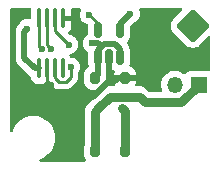
<source format=gbr>
%TF.GenerationSoftware,KiCad,Pcbnew,8.0.1-rc1*%
%TF.CreationDate,2024-05-21T21:17:26-06:00*%
%TF.ProjectId,screamer,73637265-616d-4657-922e-6b696361645f,V0.1.1*%
%TF.SameCoordinates,Original*%
%TF.FileFunction,Copper,L4,Bot*%
%TF.FilePolarity,Positive*%
%FSLAX46Y46*%
G04 Gerber Fmt 4.6, Leading zero omitted, Abs format (unit mm)*
G04 Created by KiCad (PCBNEW 8.0.1-rc1) date 2024-05-21 21:17:26*
%MOMM*%
%LPD*%
G01*
G04 APERTURE LIST*
G04 Aperture macros list*
%AMRoundRect*
0 Rectangle with rounded corners*
0 $1 Rounding radius*
0 $2 $3 $4 $5 $6 $7 $8 $9 X,Y pos of 4 corners*
0 Add a 4 corners polygon primitive as box body*
4,1,4,$2,$3,$4,$5,$6,$7,$8,$9,$2,$3,0*
0 Add four circle primitives for the rounded corners*
1,1,$1+$1,$2,$3*
1,1,$1+$1,$4,$5*
1,1,$1+$1,$6,$7*
1,1,$1+$1,$8,$9*
0 Add four rect primitives between the rounded corners*
20,1,$1+$1,$2,$3,$4,$5,0*
20,1,$1+$1,$4,$5,$6,$7,0*
20,1,$1+$1,$6,$7,$8,$9,0*
20,1,$1+$1,$8,$9,$2,$3,0*%
G04 Aperture macros list end*
%TA.AperFunction,ComponentPad*%
%ADD10RoundRect,0.250001X-1.131369X0.000000X0.000000X-1.131369X1.131369X0.000000X0.000000X1.131369X0*%
%TD*%
%TA.AperFunction,SMDPad,CuDef*%
%ADD11RoundRect,0.100000X0.100000X-0.712500X0.100000X0.712500X-0.100000X0.712500X-0.100000X-0.712500X0*%
%TD*%
%TA.AperFunction,SMDPad,CuDef*%
%ADD12RoundRect,0.150000X0.150000X-0.512500X0.150000X0.512500X-0.150000X0.512500X-0.150000X-0.512500X0*%
%TD*%
%TA.AperFunction,ComponentPad*%
%ADD13R,1.350000X1.350000*%
%TD*%
%TA.AperFunction,ComponentPad*%
%ADD14O,1.350000X1.350000*%
%TD*%
%TA.AperFunction,SMDPad,CuDef*%
%ADD15RoundRect,0.200000X0.200000X-0.300000X0.200000X0.300000X-0.200000X0.300000X-0.200000X-0.300000X0*%
%TD*%
%TA.AperFunction,ViaPad*%
%ADD16C,0.600000*%
%TD*%
%TA.AperFunction,Conductor*%
%ADD17C,0.500000*%
%TD*%
%TA.AperFunction,Conductor*%
%ADD18C,0.250000*%
%TD*%
%TA.AperFunction,Conductor*%
%ADD19C,0.280000*%
%TD*%
%TA.AperFunction,Conductor*%
%ADD20C,0.750000*%
%TD*%
G04 APERTURE END LIST*
D10*
%TO.P,AE1,1,A*%
%TO.N,RF_OUT*%
X166000000Y-88000000D03*
%TD*%
D11*
%TO.P,U2,1,NC*%
%TO.N,unconnected-(U2-NC-Pad1)*%
X154975000Y-91612500D03*
%TO.P,U2,2,TUNE*%
%TO.N,V_{TUNE}*%
X154325000Y-91612500D03*
%TO.P,U2,3,GND*%
%TO.N,GND*%
X153675000Y-91612500D03*
%TO.P,U2,4,\u002ASHDN*%
%TO.N,VCC*%
X153025000Y-91612500D03*
%TO.P,U2,5,VCC*%
X153025000Y-87387500D03*
%TO.P,U2,6,VCC*%
X153675000Y-87387500D03*
%TO.P,U2,7,OUT*%
%TO.N,RF_OUT*%
X154325000Y-87387500D03*
%TO.P,U2,8,GND*%
%TO.N,GND*%
X154975000Y-87387500D03*
%TD*%
D12*
%TO.P,U1,1,VIN*%
%TO.N,V_{B}*%
X159862500Y-90637500D03*
%TO.P,U1,2,GND*%
%TO.N,GND*%
X158912500Y-90637500D03*
%TO.P,U1,3,ON/~{OFF}*%
%TO.N,V_{B}*%
X157962500Y-90637500D03*
%TO.P,U1,4,BP*%
%TO.N,Net-(U1-BP)*%
X157962500Y-88362500D03*
%TO.P,U1,5,VOUT*%
%TO.N,VCC*%
X159862500Y-88362500D03*
%TD*%
D13*
%TO.P,J1,1,Pin_1*%
%TO.N,/BT+*%
X166500000Y-93000000D03*
D14*
%TO.P,J1,2,Pin_2*%
%TO.N,/BT-*%
X164500000Y-93000000D03*
%TD*%
D15*
%TO.P,D1,1*%
%TO.N,/BT-*%
X160265000Y-98580000D03*
%TO.P,D1,2*%
%TO.N,/BT+*%
X157725000Y-98580000D03*
%TO.P,D1,3,+*%
%TO.N,V_{B}*%
X157725000Y-92430000D03*
%TO.P,D1,4,-*%
%TO.N,GND*%
X160265000Y-92430000D03*
%TD*%
D16*
%TO.N,V_{B}*%
X157500000Y-89500000D03*
%TO.N,GND*%
X152000000Y-93000000D03*
X154000000Y-93000000D03*
X161000000Y-89000000D03*
%TO.N,Net-(U1-BP)*%
X157225000Y-87073226D03*
%TO.N,V_{TUNE}*%
X155674999Y-91500000D03*
%TO.N,RF_OUT*%
X155500457Y-89595891D03*
%TO.N,VCC*%
X160725000Y-86971612D03*
X153250000Y-90000000D03*
X152000000Y-88250000D03*
X154000000Y-90000000D03*
%TO.N,/BT+*%
X158000000Y-95000000D03*
%TO.N,/BT-*%
X160000000Y-95000000D03*
%TD*%
D17*
%TO.N,V_{B}*%
X157500000Y-89500000D02*
X158000000Y-89500000D01*
X157962500Y-90637500D02*
X157962500Y-90072316D01*
X157962500Y-92192500D02*
X157725000Y-92430000D01*
X159862500Y-89975001D02*
X159862500Y-90637500D01*
X157962500Y-90072316D02*
X158267408Y-89767408D01*
X159412499Y-89525000D02*
X159862500Y-89975001D01*
X158000000Y-89500000D02*
X158267408Y-89767408D01*
X158267408Y-89767408D02*
X158509816Y-89525000D01*
X157962500Y-90637500D02*
X157962500Y-92192500D01*
X158509816Y-89525000D02*
X159412499Y-89525000D01*
D18*
%TO.N,GND*%
X154975000Y-87387500D02*
X155887500Y-87387500D01*
D17*
X157579780Y-94000000D02*
X156500000Y-94000000D01*
X160265000Y-92430000D02*
X161320000Y-92430000D01*
X161750000Y-89750000D02*
X161000000Y-89000000D01*
X158912500Y-92667280D02*
X159417280Y-92667280D01*
X158912500Y-92667280D02*
X157579780Y-94000000D01*
D18*
X153675000Y-92675000D02*
X154000000Y-93000000D01*
D17*
X161750000Y-92000000D02*
X161750000Y-89750000D01*
X158912500Y-91912500D02*
X158912500Y-92667280D01*
X159417280Y-92667280D02*
X159654560Y-92430000D01*
D18*
X155887500Y-87387500D02*
X156000000Y-87500000D01*
X153675000Y-91612500D02*
X153675000Y-92675000D01*
D17*
X158912500Y-90637500D02*
X158912500Y-91912500D01*
X161320000Y-92430000D02*
X161750000Y-92000000D01*
X159654560Y-92430000D02*
X160265000Y-92430000D01*
D18*
%TO.N,Net-(U1-BP)*%
X157962500Y-87810726D02*
X157225000Y-87073226D01*
X157962500Y-88362500D02*
X157962500Y-87810726D01*
%TO.N,V_{TUNE}*%
X154325000Y-91612500D02*
X154325000Y-92424999D01*
X155253812Y-92750000D02*
X155674999Y-92328813D01*
X155674999Y-92328813D02*
X155674999Y-91500000D01*
X154650001Y-92750000D02*
X155253812Y-92750000D01*
X154325000Y-92424999D02*
X154650001Y-92750000D01*
D19*
%TO.N,RF_OUT*%
X154325000Y-87387500D02*
X154325000Y-88420434D01*
X154325000Y-88420434D02*
X155500457Y-89595891D01*
D17*
%TO.N,VCC*%
X152612500Y-91612500D02*
X151750000Y-90750000D01*
X153025000Y-91612500D02*
X152612500Y-91612500D01*
X151750000Y-88500000D02*
X152000000Y-88250000D01*
D18*
X153025000Y-89775000D02*
X153250000Y-90000000D01*
D17*
X159862500Y-87834112D02*
X160725000Y-86971612D01*
D18*
X153025000Y-87387500D02*
X153025000Y-89775000D01*
D17*
X159862500Y-88362500D02*
X159862500Y-87834112D01*
D18*
X153675000Y-87387500D02*
X153675000Y-89675000D01*
D17*
X151750000Y-90750000D02*
X151750000Y-88500000D01*
D18*
X153675000Y-89675000D02*
X154000000Y-90000000D01*
D20*
%TO.N,/BT+*%
X166500000Y-93000000D02*
X165000000Y-94500000D01*
X161500000Y-94000000D02*
X159000000Y-94000000D01*
X159000000Y-94000000D02*
X158000000Y-95000000D01*
X157725000Y-95275000D02*
X158000000Y-95000000D01*
X165000000Y-94500000D02*
X162000000Y-94500000D01*
X162000000Y-94500000D02*
X161500000Y-94000000D01*
X157725000Y-98580000D02*
X157725000Y-95275000D01*
%TO.N,/BT-*%
X160265000Y-98580000D02*
X160265000Y-95265000D01*
X160265000Y-95265000D02*
X160000000Y-95000000D01*
%TD*%
%TA.AperFunction,Conductor*%
%TO.N,GND*%
G36*
X152268003Y-86520185D02*
G01*
X152313758Y-86572989D01*
X152324699Y-86632609D01*
X152324500Y-86635645D01*
X152324500Y-87342291D01*
X152304815Y-87409330D01*
X152252011Y-87455085D01*
X152186273Y-87464537D01*
X152186175Y-87465411D01*
X152000004Y-87444435D01*
X151999996Y-87444435D01*
X151820750Y-87464630D01*
X151820745Y-87464631D01*
X151650476Y-87524211D01*
X151497737Y-87620184D01*
X151370184Y-87747737D01*
X151274212Y-87900475D01*
X151271191Y-87906750D01*
X151269361Y-87905869D01*
X151246695Y-87941935D01*
X151167048Y-88021583D01*
X151144879Y-88054762D01*
X151122858Y-88087721D01*
X151103887Y-88116113D01*
X151084916Y-88144504D01*
X151084912Y-88144511D01*
X151028343Y-88281082D01*
X151028340Y-88281092D01*
X150999500Y-88426079D01*
X150999500Y-88426082D01*
X150999500Y-90823918D01*
X150999500Y-90823920D01*
X150999499Y-90823920D01*
X151028340Y-90968907D01*
X151028343Y-90968917D01*
X151084912Y-91105488D01*
X151084918Y-91105499D01*
X151099043Y-91126637D01*
X151099045Y-91126642D01*
X151167046Y-91228414D01*
X151167052Y-91228421D01*
X152029549Y-92090916D01*
X152134084Y-92195451D01*
X152134087Y-92195453D01*
X152134088Y-92195454D01*
X152257001Y-92277582D01*
X152261140Y-92279794D01*
X152310988Y-92328752D01*
X152325634Y-92372972D01*
X152339954Y-92481753D01*
X152339956Y-92481762D01*
X152399328Y-92625100D01*
X152400464Y-92627841D01*
X152496718Y-92753282D01*
X152622159Y-92849536D01*
X152768238Y-92910044D01*
X152885639Y-92925500D01*
X153164360Y-92925499D01*
X153164361Y-92925499D01*
X153178018Y-92923701D01*
X153281762Y-92910044D01*
X153303200Y-92901163D01*
X153372668Y-92893694D01*
X153398106Y-92901163D01*
X153418365Y-92909554D01*
X153418377Y-92909558D01*
X153474998Y-92917011D01*
X153475000Y-92917010D01*
X153475000Y-92874499D01*
X153494685Y-92807460D01*
X153523512Y-92776125D01*
X153553282Y-92753282D01*
X153575580Y-92724222D01*
X153632004Y-92683020D01*
X153701750Y-92678863D01*
X153762671Y-92713074D01*
X153777055Y-92730814D01*
X153804913Y-92772505D01*
X153804914Y-92772508D01*
X153804915Y-92772508D01*
X153839141Y-92823732D01*
X153843007Y-92828442D01*
X153841967Y-92829295D01*
X153872163Y-92884578D01*
X153875000Y-92910952D01*
X153875000Y-92917010D01*
X153878942Y-92920468D01*
X153934150Y-92929078D01*
X153968981Y-92953570D01*
X154161017Y-93145606D01*
X154161046Y-93145637D01*
X154251265Y-93235856D01*
X154251268Y-93235858D01*
X154328191Y-93287256D01*
X154353711Y-93304309D01*
X154353713Y-93304310D01*
X154353716Y-93304312D01*
X154420397Y-93331931D01*
X154420399Y-93331933D01*
X154460641Y-93348601D01*
X154467549Y-93351463D01*
X154527972Y-93363481D01*
X154588394Y-93375500D01*
X155315419Y-93375500D01*
X155375841Y-93363481D01*
X155436264Y-93351463D01*
X155436267Y-93351461D01*
X155436270Y-93351461D01*
X155469599Y-93337654D01*
X155469598Y-93337654D01*
X155469604Y-93337652D01*
X155550098Y-93304312D01*
X155623337Y-93255374D01*
X155652545Y-93235858D01*
X155739670Y-93148733D01*
X155739671Y-93148730D01*
X156160856Y-92727547D01*
X156187018Y-92688394D01*
X156192627Y-92680000D01*
X156229309Y-92625101D01*
X156229309Y-92625100D01*
X156229310Y-92625099D01*
X156276462Y-92511265D01*
X156300499Y-92390419D01*
X156300499Y-92044854D01*
X156319506Y-91978881D01*
X156326688Y-91967452D01*
X156400788Y-91849522D01*
X156460367Y-91679255D01*
X156472122Y-91574927D01*
X156480564Y-91500003D01*
X156480564Y-91499996D01*
X156460368Y-91320750D01*
X156460367Y-91320745D01*
X156400788Y-91150478D01*
X156304815Y-90997738D01*
X156177261Y-90870184D01*
X156024522Y-90774211D01*
X155854253Y-90714631D01*
X155854249Y-90714630D01*
X155710792Y-90698467D01*
X155646378Y-90671400D01*
X155610115Y-90622699D01*
X155599536Y-90597159D01*
X155587047Y-90580883D01*
X155561854Y-90515719D01*
X155575891Y-90447274D01*
X155624705Y-90397284D01*
X155671541Y-90382179D01*
X155679712Y-90381259D01*
X155849979Y-90321680D01*
X156002719Y-90225707D01*
X156130273Y-90098153D01*
X156226246Y-89945413D01*
X156285825Y-89775146D01*
X156285826Y-89775140D01*
X156306022Y-89595894D01*
X156306022Y-89595887D01*
X156285826Y-89416641D01*
X156285825Y-89416636D01*
X156226245Y-89246367D01*
X156187039Y-89183971D01*
X156130273Y-89093629D01*
X156002719Y-88966075D01*
X155962337Y-88940701D01*
X155849978Y-88870101D01*
X155679706Y-88810521D01*
X155656538Y-88807911D01*
X155592124Y-88780844D01*
X155582742Y-88772372D01*
X155508291Y-88697921D01*
X155474806Y-88636598D01*
X155479790Y-88566906D01*
X155499799Y-88535770D01*
X155497977Y-88534372D01*
X155599100Y-88402586D01*
X155659554Y-88256634D01*
X155659555Y-88256630D01*
X155674999Y-88139330D01*
X155675000Y-88139316D01*
X155675000Y-87587500D01*
X155149500Y-87587500D01*
X155082461Y-87567815D01*
X155036706Y-87515011D01*
X155025500Y-87463501D01*
X155025499Y-87311501D01*
X155045183Y-87244461D01*
X155097987Y-87198706D01*
X155149499Y-87187500D01*
X155674999Y-87187500D01*
X155674999Y-86635681D01*
X155674798Y-86632617D01*
X155674999Y-86631718D01*
X155674999Y-86631619D01*
X155675021Y-86631619D01*
X155690052Y-86564433D01*
X155739748Y-86515319D01*
X155798532Y-86500500D01*
X156415098Y-86500500D01*
X156482137Y-86520185D01*
X156527892Y-86572989D01*
X156537836Y-86642147D01*
X156520092Y-86690472D01*
X156499211Y-86723703D01*
X156439631Y-86893971D01*
X156439630Y-86893976D01*
X156419435Y-87073222D01*
X156419435Y-87073229D01*
X156439630Y-87252475D01*
X156439631Y-87252480D01*
X156499211Y-87422749D01*
X156562964Y-87524211D01*
X156595184Y-87575488D01*
X156722738Y-87703042D01*
X156875478Y-87799015D01*
X157045745Y-87858594D01*
X157051882Y-87859285D01*
X157116295Y-87886351D01*
X157155852Y-87943945D01*
X157162000Y-87982506D01*
X157162000Y-88698439D01*
X157142315Y-88765478D01*
X157103972Y-88803433D01*
X156997737Y-88870184D01*
X156870184Y-88997737D01*
X156774211Y-89150476D01*
X156714631Y-89320745D01*
X156714630Y-89320750D01*
X156694435Y-89499996D01*
X156694435Y-89500003D01*
X156714630Y-89679249D01*
X156714631Y-89679254D01*
X156774211Y-89849523D01*
X156834463Y-89945413D01*
X156870184Y-90002262D01*
X156997738Y-90129816D01*
X157076420Y-90179255D01*
X157103972Y-90196567D01*
X157150263Y-90248902D01*
X157162000Y-90301561D01*
X157162000Y-91215701D01*
X157164901Y-91252567D01*
X157164902Y-91252573D01*
X157206680Y-91396372D01*
X157206481Y-91466242D01*
X157168539Y-91524912D01*
X157151755Y-91537083D01*
X157089814Y-91574528D01*
X157089810Y-91574531D01*
X156969530Y-91694811D01*
X156881522Y-91840393D01*
X156830913Y-92002807D01*
X156824500Y-92073386D01*
X156824500Y-92786613D01*
X156830913Y-92857192D01*
X156830913Y-92857194D01*
X156830914Y-92857196D01*
X156881522Y-93019606D01*
X156965273Y-93158147D01*
X156969530Y-93165188D01*
X157089811Y-93285469D01*
X157089813Y-93285470D01*
X157089815Y-93285472D01*
X157235394Y-93373478D01*
X157397804Y-93424086D01*
X157468384Y-93430500D01*
X157468387Y-93430500D01*
X157981609Y-93430500D01*
X157981616Y-93430500D01*
X158025247Y-93426535D01*
X158093788Y-93440069D01*
X158144135Y-93488515D01*
X158160298Y-93556489D01*
X158137146Y-93622411D01*
X158124148Y-93637706D01*
X157611296Y-94150560D01*
X157441901Y-94319955D01*
X157166901Y-94594955D01*
X157105927Y-94655929D01*
X157044953Y-94716902D01*
X156949145Y-94860288D01*
X156949138Y-94860301D01*
X156883146Y-95019621D01*
X156883143Y-95019633D01*
X156849500Y-95188766D01*
X156849500Y-98074285D01*
X156843886Y-98111173D01*
X156830914Y-98152803D01*
X156824500Y-98223386D01*
X156824500Y-98936613D01*
X156830913Y-99007192D01*
X156830913Y-99007194D01*
X156830914Y-99007196D01*
X156881522Y-99169606D01*
X156934065Y-99256523D01*
X156967210Y-99311350D01*
X156985046Y-99378905D01*
X156963528Y-99445378D01*
X156909488Y-99489666D01*
X156861093Y-99499500D01*
X153129420Y-99499500D01*
X153062381Y-99479815D01*
X153016626Y-99427011D01*
X153006682Y-99357853D01*
X153035707Y-99294297D01*
X153092427Y-99257845D01*
X153092262Y-99257357D01*
X153094222Y-99256691D01*
X153094485Y-99256523D01*
X153095838Y-99256143D01*
X153096090Y-99256056D01*
X153096100Y-99256054D01*
X153320212Y-99163224D01*
X153530289Y-99041936D01*
X153722738Y-98894265D01*
X153894265Y-98722738D01*
X154041936Y-98530289D01*
X154163224Y-98320212D01*
X154256054Y-98096100D01*
X154318838Y-97861789D01*
X154350500Y-97621288D01*
X154350500Y-97378712D01*
X154318838Y-97138211D01*
X154256054Y-96903900D01*
X154163224Y-96679788D01*
X154041936Y-96469711D01*
X153894265Y-96277262D01*
X153894260Y-96277256D01*
X153722743Y-96105739D01*
X153722736Y-96105733D01*
X153530293Y-95958067D01*
X153530292Y-95958066D01*
X153530289Y-95958064D01*
X153320212Y-95836776D01*
X153320205Y-95836773D01*
X153096104Y-95743947D01*
X152861785Y-95681161D01*
X152621289Y-95649500D01*
X152621288Y-95649500D01*
X152378712Y-95649500D01*
X152378711Y-95649500D01*
X152138214Y-95681161D01*
X151903895Y-95743947D01*
X151679794Y-95836773D01*
X151679785Y-95836777D01*
X151469706Y-95958067D01*
X151277263Y-96105733D01*
X151277256Y-96105739D01*
X151105739Y-96277256D01*
X151105733Y-96277263D01*
X150958067Y-96469706D01*
X150836777Y-96679785D01*
X150836773Y-96679794D01*
X150743945Y-96903901D01*
X150742643Y-96907738D01*
X150741438Y-96907329D01*
X150707905Y-96962337D01*
X150645057Y-96992863D01*
X150575682Y-96984565D01*
X150521806Y-96940077D01*
X150500535Y-96873524D01*
X150500500Y-96870579D01*
X150500500Y-86624500D01*
X150520185Y-86557461D01*
X150572989Y-86511706D01*
X150624500Y-86500500D01*
X152200964Y-86500500D01*
X152268003Y-86520185D01*
G37*
%TD.AperFunction*%
%TA.AperFunction,Conductor*%
G36*
X165074439Y-86520185D02*
G01*
X165120194Y-86572989D01*
X165130138Y-86642147D01*
X165101113Y-86705703D01*
X165095081Y-86712181D01*
X164302592Y-87504669D01*
X164302576Y-87504687D01*
X164237328Y-87584782D01*
X164158589Y-87741565D01*
X164148458Y-87784313D01*
X164118130Y-87912279D01*
X164118130Y-88087721D01*
X164132023Y-88146340D01*
X164158589Y-88258434D01*
X164237328Y-88415217D01*
X164302576Y-88495312D01*
X164302585Y-88495323D01*
X165504677Y-89697415D01*
X165504687Y-89697423D01*
X165584782Y-89762671D01*
X165584783Y-89762671D01*
X165584785Y-89762673D01*
X165741567Y-89841411D01*
X165912279Y-89881870D01*
X165912281Y-89881870D01*
X166087719Y-89881870D01*
X166087721Y-89881870D01*
X166258433Y-89841411D01*
X166415215Y-89762673D01*
X166495323Y-89697415D01*
X167287819Y-88904919D01*
X167349142Y-88871434D01*
X167418834Y-88876418D01*
X167474767Y-88918290D01*
X167499184Y-88983754D01*
X167499500Y-88992600D01*
X167499500Y-91733257D01*
X167479815Y-91800296D01*
X167427011Y-91846051D01*
X167357853Y-91855995D01*
X167332168Y-91849439D01*
X167282485Y-91830909D01*
X167282483Y-91830908D01*
X167222883Y-91824501D01*
X167222881Y-91824500D01*
X167222873Y-91824500D01*
X167222864Y-91824500D01*
X165777129Y-91824500D01*
X165777123Y-91824501D01*
X165717516Y-91830908D01*
X165582671Y-91881202D01*
X165582664Y-91881206D01*
X165467455Y-91967452D01*
X165405214Y-92050594D01*
X165349279Y-92092465D01*
X165279588Y-92097448D01*
X165222411Y-92067920D01*
X165211434Y-92057913D01*
X165211429Y-92057910D01*
X165026213Y-91943229D01*
X165026207Y-91943226D01*
X164941113Y-91910260D01*
X164823069Y-91864530D01*
X164608926Y-91824500D01*
X164391074Y-91824500D01*
X164176931Y-91864530D01*
X164145135Y-91876848D01*
X163973792Y-91943226D01*
X163973786Y-91943229D01*
X163788576Y-92057906D01*
X163788566Y-92057913D01*
X163627574Y-92204676D01*
X163496288Y-92378527D01*
X163399184Y-92573537D01*
X163339564Y-92783081D01*
X163319464Y-92999999D01*
X163319464Y-93000000D01*
X163339564Y-93216918D01*
X163339564Y-93216920D01*
X163339565Y-93216923D01*
X163384109Y-93373478D01*
X163399184Y-93426462D01*
X163408529Y-93445230D01*
X163420789Y-93514015D01*
X163393915Y-93578510D01*
X163336439Y-93618237D01*
X163297528Y-93624500D01*
X162414006Y-93624500D01*
X162346967Y-93604815D01*
X162326325Y-93588181D01*
X162058102Y-93319957D01*
X162058098Y-93319954D01*
X161914711Y-93224145D01*
X161914698Y-93224138D01*
X161755378Y-93158146D01*
X161755366Y-93158143D01*
X161586232Y-93124500D01*
X161586229Y-93124500D01*
X161243788Y-93124500D01*
X161176749Y-93104815D01*
X161130994Y-93052011D01*
X161121050Y-92982853D01*
X161125403Y-92963610D01*
X161158590Y-92857106D01*
X161165000Y-92786572D01*
X161165000Y-92680000D01*
X159365001Y-92680000D01*
X159365001Y-92786582D01*
X159371408Y-92857102D01*
X159371409Y-92857107D01*
X159404597Y-92963609D01*
X159405749Y-93033469D01*
X159368948Y-93092862D01*
X159305880Y-93122930D01*
X159286212Y-93124500D01*
X158913768Y-93124500D01*
X158744633Y-93158143D01*
X158744618Y-93158147D01*
X158737400Y-93161137D01*
X158667930Y-93168601D01*
X158605453Y-93137322D01*
X158569805Y-93077231D01*
X158571568Y-93009686D01*
X158619086Y-92857196D01*
X158625500Y-92786616D01*
X158625500Y-92577691D01*
X158634939Y-92530238D01*
X158666636Y-92453716D01*
X158672830Y-92438759D01*
X158684159Y-92411412D01*
X158707263Y-92295259D01*
X158713000Y-92266418D01*
X158713000Y-91432328D01*
X158717924Y-91397733D01*
X158760097Y-91252573D01*
X158760097Y-91252571D01*
X158760098Y-91252569D01*
X158763000Y-91215694D01*
X158763000Y-90511500D01*
X158782685Y-90444461D01*
X158835489Y-90398706D01*
X158887000Y-90387500D01*
X158938000Y-90387500D01*
X159005039Y-90407185D01*
X159050794Y-90459989D01*
X159062000Y-90511500D01*
X159062000Y-91215701D01*
X159064901Y-91252567D01*
X159064902Y-91252573D01*
X159110754Y-91410393D01*
X159110755Y-91410396D01*
X159110756Y-91410398D01*
X159145232Y-91468694D01*
X159162500Y-91531814D01*
X159162500Y-91797295D01*
X159162501Y-91797295D01*
X159164988Y-91797100D01*
X159164991Y-91797099D01*
X159240820Y-91775069D01*
X159310690Y-91775268D01*
X159369360Y-91813210D01*
X159398204Y-91876848D01*
X159393802Y-91931035D01*
X159371408Y-92002898D01*
X159365000Y-92073427D01*
X159365000Y-92180000D01*
X161164999Y-92180000D01*
X161164999Y-92073417D01*
X161158591Y-92002897D01*
X161158590Y-92002892D01*
X161108018Y-91840603D01*
X161020072Y-91695122D01*
X160899877Y-91574927D01*
X160754396Y-91486981D01*
X160754395Y-91486980D01*
X160721594Y-91476759D01*
X160663447Y-91438021D01*
X160635473Y-91373996D01*
X160639408Y-91323781D01*
X160660098Y-91252569D01*
X160663000Y-91215694D01*
X160663000Y-90059306D01*
X160660098Y-90022431D01*
X160654238Y-90002262D01*
X160614246Y-89864608D01*
X160614245Y-89864607D01*
X160614244Y-89864602D01*
X160612195Y-89861137D01*
X160597311Y-89822214D01*
X160584159Y-89756089D01*
X160551018Y-89676081D01*
X160527584Y-89619506D01*
X160448077Y-89500514D01*
X160427200Y-89433841D01*
X160445684Y-89366461D01*
X160463496Y-89343949D01*
X160530581Y-89276865D01*
X160614244Y-89135398D01*
X160660098Y-88977569D01*
X160663000Y-88940694D01*
X160663000Y-88146340D01*
X160682685Y-88079301D01*
X160699315Y-88058663D01*
X161033059Y-87724918D01*
X161069132Y-87702269D01*
X161068244Y-87700425D01*
X161074515Y-87697404D01*
X161074516Y-87697402D01*
X161074522Y-87697401D01*
X161227262Y-87601428D01*
X161354816Y-87473874D01*
X161450789Y-87321134D01*
X161510368Y-87150867D01*
X161516654Y-87095081D01*
X161530565Y-86971615D01*
X161530565Y-86971608D01*
X161510369Y-86792362D01*
X161510368Y-86792357D01*
X161465963Y-86665455D01*
X161462402Y-86595676D01*
X161497131Y-86535048D01*
X161559124Y-86502821D01*
X161583005Y-86500500D01*
X165007400Y-86500500D01*
X165074439Y-86520185D01*
G37*
%TD.AperFunction*%
%TD*%
M02*

</source>
